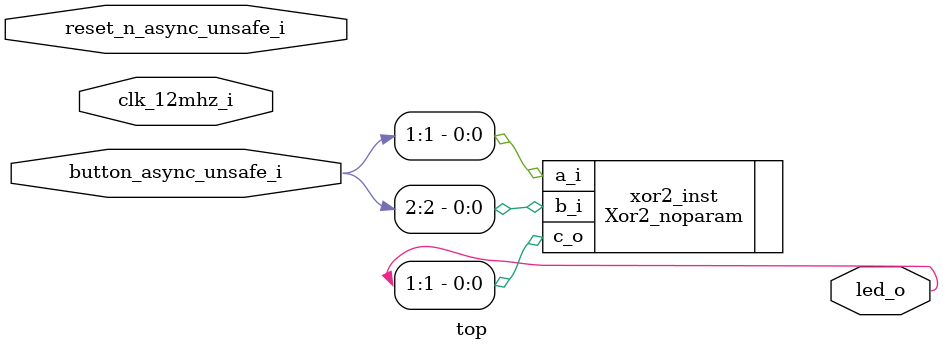
<source format=sv>
module top
  (input [0:0] clk_12mhz_i
  ,input [0:0] reset_n_async_unsafe_i
   // n: Negative Polarity (0 when pressed, 1 otherwise)
   // async: Not synchronized to clock
   // unsafe: Not De-Bounced
  ,input [3:1] button_async_unsafe_i
   // async: Not synchronized to clock
   // unsafe: Not De-Bounced
  ,output [5:1] led_o);

  // For this lab, instantiate your xor2 gate. Using two wires from
  // btn_async_unsafe_i, drive an output wire in led_o.
  //
  // Your code goes here
  Xor2_noparam
  #()
  xor2_inst
  (.a_i(button_async_unsafe_i[1])
  ,.b_i(button_async_unsafe_i[2])
  ,.c_o(led_o[1])
  );
endmodule

</source>
